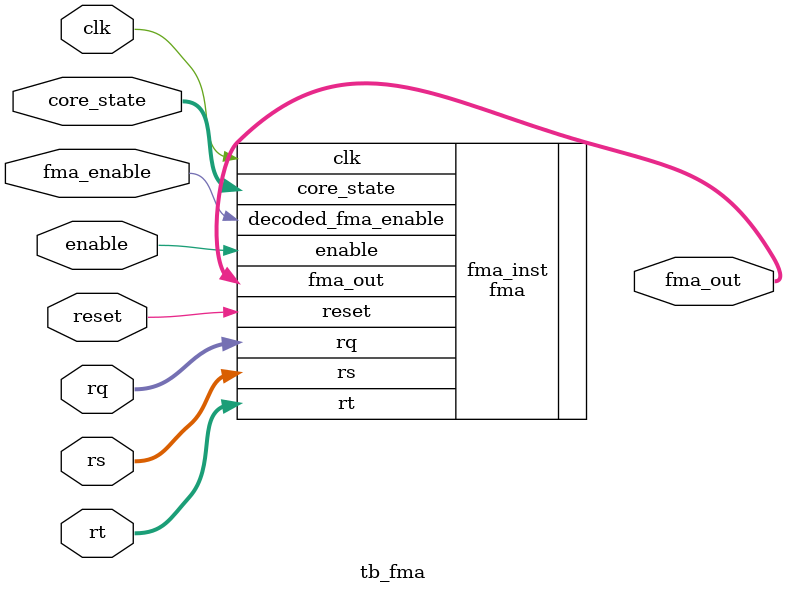
<source format=sv>
`default_nettype none
`timescale 1ns/1ns

module tb_fma #(
    parameter DATA_BITS = 16  // Q1.15 fixed-point width
) (
    input wire clk,
    input wire reset,
    input wire enable,
    
    // Control inputs
    input wire [2:0] core_state,
    input wire fma_enable,
    
    // Q1.15 data inputs
    input wire [DATA_BITS-1:0] rs,    // Input/Activation
    input wire [DATA_BITS-1:0] rt,    // Weight
    input wire [DATA_BITS-1:0] rq,    // Previous accumulator value
    
    // Output
    output wire [DATA_BITS-1:0] fma_out
);

    // Instantiate the FMA unit
    fma #(
        .DATA_BITS(DATA_BITS)
    ) fma_inst (
        .clk(clk),
        .reset(reset),
        .enable(enable),
        .core_state(core_state),
        .decoded_fma_enable(fma_enable),
        .rs(rs),
        .rt(rt),
        .rq(rq),
        .fma_out(fma_out)
    );

    // VCD dump for waveform viewing
    initial begin
        $dumpfile("build/waves/fma.vcd");
        $dumpvars(0, tb_fma);
    end

endmodule


</source>
